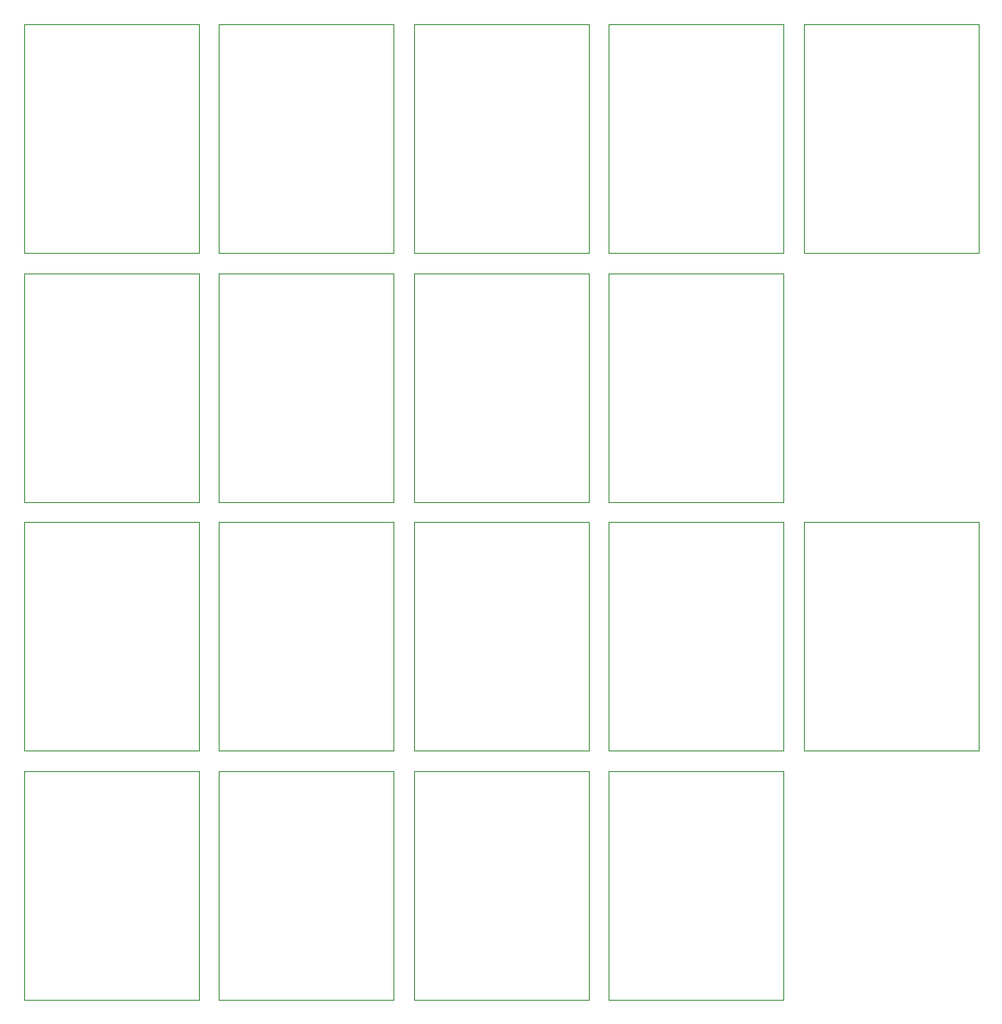
<source format=gbp>
G75*
G70*
%OFA0B0*%
%FSLAX25Y25*%
%IPPOS*%
%LPD*%
%AMOC8*
5,1,8,0,0,1.08239X$1,22.5*
%
%ADD17C,0.00000*%
X0010000Y0010000D02*
G75*
%LPD*%
D17*
X0010000Y0010000D02*
X0010000Y0095000D01*
X0075000Y0095000D01*
X0075000Y0010000D01*
X0010000Y0010000D01*
X0082500Y0010000D02*
G75*
%LPD*%
D17*
X0082500Y0010000D02*
X0082500Y0095000D01*
X0147500Y0095000D01*
X0147500Y0010000D01*
X0082500Y0010000D01*
X0155000Y0010000D02*
G75*
%LPD*%
D17*
X0155000Y0010000D02*
X0155000Y0095000D01*
X0220000Y0095000D01*
X0220000Y0010000D01*
X0155000Y0010000D01*
X0227500Y0010000D02*
G75*
%LPD*%
D17*
X0227500Y0010000D02*
X0227500Y0095000D01*
X0292500Y0095000D01*
X0292500Y0010000D01*
X0227500Y0010000D01*
X0010000Y0102500D02*
G75*
%LPD*%
D17*
X0010000Y0102500D02*
X0010000Y0187500D01*
X0075000Y0187500D01*
X0075000Y0102500D01*
X0010000Y0102500D01*
X0082500Y0102500D02*
G75*
%LPD*%
D17*
X0082500Y0102500D02*
X0082500Y0187500D01*
X0147500Y0187500D01*
X0147500Y0102500D01*
X0082500Y0102500D01*
X0155000Y0102500D02*
G75*
%LPD*%
D17*
X0155000Y0102500D02*
X0155000Y0187500D01*
X0220000Y0187500D01*
X0220000Y0102500D01*
X0155000Y0102500D01*
X0227500Y0102500D02*
G75*
%LPD*%
D17*
X0227500Y0102500D02*
X0227500Y0187500D01*
X0292500Y0187500D01*
X0292500Y0102500D01*
X0227500Y0102500D01*
X0300000Y0102500D02*
G75*
%LPD*%
D17*
X0300000Y0102500D02*
X0300000Y0187500D01*
X0365000Y0187500D01*
X0365000Y0102500D01*
X0300000Y0102500D01*
X0010000Y0195000D02*
G75*
%LPD*%
D17*
X0010000Y0195000D02*
X0010000Y0280000D01*
X0075000Y0280000D01*
X0075000Y0195000D01*
X0010000Y0195000D01*
X0082500Y0195000D02*
G75*
%LPD*%
D17*
X0082500Y0195000D02*
X0082500Y0280000D01*
X0147500Y0280000D01*
X0147500Y0195000D01*
X0082500Y0195000D01*
X0155000Y0195000D02*
G75*
%LPD*%
D17*
X0155000Y0195000D02*
X0155000Y0280000D01*
X0220000Y0280000D01*
X0220000Y0195000D01*
X0155000Y0195000D01*
X0227500Y0195000D02*
G75*
%LPD*%
D17*
X0227500Y0195000D02*
X0227500Y0280000D01*
X0292500Y0280000D01*
X0292500Y0195000D01*
X0227500Y0195000D01*
X0010000Y0287500D02*
G75*
%LPD*%
D17*
X0010000Y0287500D02*
X0010000Y0372500D01*
X0075000Y0372500D01*
X0075000Y0287500D01*
X0010000Y0287500D01*
X0082500Y0287500D02*
G75*
%LPD*%
D17*
X0082500Y0287500D02*
X0082500Y0372500D01*
X0147500Y0372500D01*
X0147500Y0287500D01*
X0082500Y0287500D01*
X0155000Y0287500D02*
G75*
%LPD*%
D17*
X0155000Y0287500D02*
X0155000Y0372500D01*
X0220000Y0372500D01*
X0220000Y0287500D01*
X0155000Y0287500D01*
X0227500Y0287500D02*
G75*
%LPD*%
D17*
X0227500Y0287500D02*
X0227500Y0372500D01*
X0292500Y0372500D01*
X0292500Y0287500D01*
X0227500Y0287500D01*
X0300000Y0287500D02*
G75*
%LPD*%
D17*
X0300000Y0287500D02*
X0300000Y0372500D01*
X0365000Y0372500D01*
X0365000Y0287500D01*
X0300000Y0287500D01*
M02*

</source>
